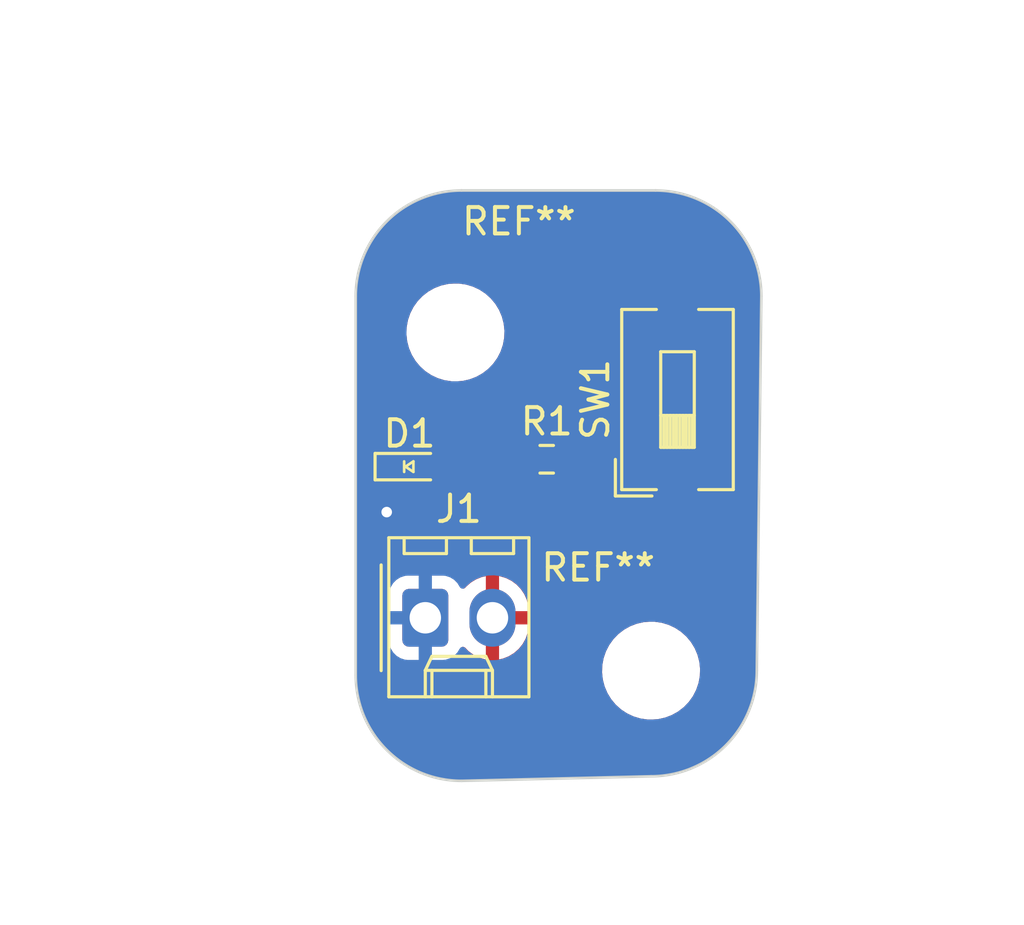
<source format=kicad_pcb>
(kicad_pcb (version 20221018) (generator pcbnew)
  (title_block (title "LED Project") (date "2023-09-20") (rev "1.0") (company "Illini Solar Car") (comment 1 "Designed By: Michael Ling"))
  (layers (0 "F.Cu" signal) (31 "B.Cu" signal) (34 "B.Paste" user) (35 "F.Paste" user) (36 "B.SilkS" user "B.Silkscreen") (37 "F.SilkS" user "F.Silkscreen") (38 "B.Mask" user) (39 "F.Mask" user) (44 "Edge.Cuts" user))
  (net 0 "")
  (net 1 "GND")
  (net 2 "Net-(D1-A)")
  (net 3 "+3V3")
  (net 4 "Net-(R1-Pad1)")
  (footprint "MountingHole:MountingHole_3.2mm_M3" (layer "F.Cu") (at 109 89)
    (fp_text reference "REF**" (at -2 -3.9) (layer "F.SilkS"))
    (fp_text value "MountingHole_3.2mm_M3")
    (pad "" np_thru_hole circle (at 0 0) (size 3.2 3.2) (drill 3.2) (layers "F&B.Cu" "*.Mask"))
  )
  (footprint "layout:LED_0603_Symbol_on_F.SilkS" (layer "F.Cu") (at 99.86 81.28)
    (fp_text reference "D1" (at 0 -1.25) (layer "F.SilkS"))
    (fp_text value "LED_RED")
    (fp_line (start -1.3 -0.5) (end -1.3 0.5) (stroke (width 0.12)) (layer "F.SilkS"))
    (fp_line (start -1.3 -0.5) (end 0.8 -0.5) (stroke (width 0.12)) (layer "F.SilkS"))
    (fp_line (start -1.3 0.5) (end 0.8 0.5) (stroke (width 0.12)) (layer "F.SilkS"))
    (fp_line (start -0.2 -0.2) (end -0.2 0.2) (stroke (width 0.1)) (layer "F.SilkS"))
    (fp_line (start -0.15 0) (end 0.15 -0.2) (stroke (width 0.1)) (layer "F.SilkS"))
    (fp_line (start 0.15 -0.2) (end 0.15 0.2) (stroke (width 0.1)) (layer "F.SilkS"))
    (fp_line (start 0.15 0.2) (end -0.15 0) (stroke (width 0.1)) (layer "F.SilkS"))
    (pad "1" smd rect (at -0.8 0 180) (size 0.8 0.8) (layers "F.Cu" "F.Paste" "F.Mask") (net 1 "GND"))
    (pad "2" smd rect (at 0.8 0 180) (size 0.8 0.8) (layers "F.Cu" "F.Paste" "F.Mask") (net 2 "Net-(D1-A)"))
  )
  (footprint "MountingHole:MountingHole_3.2mm_M3" (layer "F.Cu") (at 101.6 76.2)
    (fp_text reference "REF**" (at 2.4 -4.2) (layer "F.SilkS"))
    (fp_text value "MountingHole_3.2mm_M3")
    (pad "" np_thru_hole circle (at 0 0) (size 3.2 3.2) (drill 3.2) (layers "*.Cu" "*.Mask"))
  )
  (footprint "Resistor_SMD:R_0603_1608Metric_Pad0.98x0.95mm_HandSolder" (layer "F.Cu") (at 105.0525 81)
    (fp_text reference "R1" (at 0 -1.43) (layer "F.SilkS"))
    (fp_text value "105")
    (fp_line (start -0.254724 -0.5225) (end 0.254724 -0.5225) (stroke (width 0.12)) (layer "F.SilkS"))
    (fp_line (start -0.254724 0.5225) (end 0.254724 0.5225) (stroke (width 0.12)) (layer "F.SilkS"))
    (pad "1" smd roundrect (at -0.9125 0) (size 0.975 0.95) (layers "F.Cu" "F.Paste" "F.Mask") (net 4 "Net-(R1-Pad1)"))
    (pad "2" smd roundrect (at 0.9125 0) (size 0.975 0.95) (layers "F.Cu" "F.Paste" "F.Mask") (net 2 "Net-(D1-A)"))
  )
  (footprint "Connector_Molex:Molex_KK-254_AE-6410-02A_1x02_P2.54mm_Vertical" (layer "F.Cu") (at 100.46 87)
    (fp_text reference "J1" (at 1.27 -4.12) (layer "F.SilkS"))
    (fp_text value "Conn_01x02")
    (fp_line (start -1.67 -2) (end -1.67 2) (stroke (width 0.12)) (layer "F.SilkS"))
    (fp_line (start -1.38 -3.03) (end -1.38 2.99) (stroke (width 0.12)) (layer "F.SilkS"))
    (fp_line (start -1.38 2.99) (end 3.92 2.99) (stroke (width 0.12)) (layer "F.SilkS"))
    (fp_line (start -0.8 -3.03) (end -0.8 -2.43) (stroke (width 0.12)) (layer "F.SilkS"))
    (fp_line (start -0.8 -2.43) (end 0.8 -2.43) (stroke (width 0.12)) (layer "F.SilkS"))
    (fp_line (start 0 1.99) (end 0.25 1.46) (stroke (width 0.12)) (layer "F.SilkS"))
    (fp_line (start 0 1.99) (end 2.54 1.99) (stroke (width 0.12)) (layer "F.SilkS"))
    (fp_line (start 0 2.99) (end 0 1.99) (stroke (width 0.12)) (layer "F.SilkS"))
    (fp_line (start 0.25 1.46) (end 2.29 1.46) (stroke (width 0.12)) (layer "F.SilkS"))
    (fp_line (start 0.25 2.99) (end 0.25 1.99) (stroke (width 0.12)) (layer "F.SilkS"))
    (fp_line (start 0.8 -2.43) (end 0.8 -3.03) (stroke (width 0.12)) (layer "F.SilkS"))
    (fp_line (start 1.74 -3.03) (end 1.74 -2.43) (stroke (width 0.12)) (layer "F.SilkS"))
    (fp_line (start 1.74 -2.43) (end 3.34 -2.43) (stroke (width 0.12)) (layer "F.SilkS"))
    (fp_line (start 2.29 1.46) (end 2.54 1.99) (stroke (width 0.12)) (layer "F.SilkS"))
    (fp_line (start 2.29 2.99) (end 2.29 1.99) (stroke (width 0.12)) (layer "F.SilkS"))
    (fp_line (start 2.54 1.99) (end 2.54 2.99) (stroke (width 0.12)) (layer "F.SilkS"))
    (fp_line (start 3.34 -2.43) (end 3.34 -3.03) (stroke (width 0.12)) (layer "F.SilkS"))
    (fp_line (start 3.92 -3.03) (end -1.38 -3.03) (stroke (width 0.12)) (layer "F.SilkS"))
    (fp_line (start 3.92 2.99) (end 3.92 -3.03) (stroke (width 0.12)) (layer "F.SilkS"))
    (pad "1" thru_hole roundrect (at 0 0) (size 1.74 2.19) (drill 1.19) (layers "*.Cu" "*.Mask") (roundrect_rratio 0.143678) (net 1 "GND"))
    (pad "2" thru_hole oval (at 2.54 0) (size 1.74 2.19) (drill 1.19) (layers "*.Cu" "*.Mask") (net 3 "+3V3"))
  )
  (footprint "Button_Switch_SMD:SW_DIP_SPSTx01_Slide_6.7x4.1mm_W8.61mm_P2.54mm_LowProfile" (layer "F.Cu") (at 110 78.74 90)
    (fp_text reference "SW1" (at 0 -3.11 90) (layer "F.SilkS"))
    (fp_text value "SW_Push")
    (fp_line (start -3.65 -2.35) (end -3.65 -0.967) (stroke (width 0.12)) (layer "F.SilkS"))
    (fp_line (start -3.65 -2.35) (end -2.267 -2.35) (stroke (width 0.12)) (layer "F.SilkS"))
    (fp_line (start -3.41 -2.11) (end -3.41 -0.8) (stroke (width 0.12)) (layer "F.SilkS"))
    (fp_line (start -3.41 -2.11) (end 3.41 -2.11) (stroke (width 0.12)) (layer "F.SilkS"))
    (fp_line (start -3.41 0.8) (end -3.41 2.11) (stroke (width 0.12)) (layer "F.SilkS"))
    (fp_line (start -3.41 2.11) (end 3.41 2.11) (stroke (width 0.12)) (layer "F.SilkS"))
    (fp_line (start -1.81 -0.635) (end -1.81 0.635) (stroke (width 0.12)) (layer "F.SilkS"))
    (fp_line (start -1.81 -0.515) (end -0.603333 -0.515) (stroke (width 0.12)) (layer "F.SilkS"))
    (fp_line (start -1.81 -0.395) (end -0.603333 -0.395) (stroke (width 0.12)) (layer "F.SilkS"))
    (fp_line (start -1.81 -0.275) (end -0.603333 -0.275) (stroke (width 0.12)) (layer "F.SilkS"))
    (fp_line (start -1.81 -0.155) (end -0.603333 -0.155) (stroke (width 0.12)) (layer "F.SilkS"))
    (fp_line (start -1.81 -0.035) (end -0.603333 -0.035) (stroke (width 0.12)) (layer "F.SilkS"))
    (fp_line (start -1.81 0.085) (end -0.603333 0.085) (stroke (width 0.12)) (layer "F.SilkS"))
    (fp_line (start -1.81 0.205) (end -0.603333 0.205) (stroke (width 0.12)) (layer "F.SilkS"))
    (fp_line (start -1.81 0.325) (end -0.603333 0.325) (stroke (width 0.12)) (layer "F.SilkS"))
    (fp_line (start -1.81 0.445) (end -0.603333 0.445) (stroke (width 0.12)) (layer "F.SilkS"))
    (fp_line (start -1.81 0.565) (end -0.603333 0.565) (stroke (width 0.12)) (layer "F.SilkS"))
    (fp_line (start -1.81 0.635) (end 1.81 0.635) (stroke (width 0.12)) (layer "F.SilkS"))
    (fp_line (start -0.603333 -0.635) (end -0.603333 0.635) (stroke (width 0.12)) (layer "F.SilkS"))
    (fp_line (start 1.81 -0.635) (end -1.81 -0.635) (stroke (width 0.12)) (layer "F.SilkS"))
    (fp_line (start 1.81 0.635) (end 1.81 -0.635) (stroke (width 0.12)) (layer "F.SilkS"))
    (fp_line (start 3.41 -2.11) (end 3.41 -0.8) (stroke (width 0.12)) (layer "F.SilkS"))
    (fp_line (start 3.41 0.8) (end 3.41 2.11) (stroke (width 0.12)) (layer "F.SilkS"))
    (pad "1" smd rect (at -4.305 0 90) (size 2.44 1.12) (layers "F.Cu" "F.Paste" "F.Mask") (net 3 "+3V3"))
    (pad "2" smd rect (at 4.305 0 90) (size 2.44 1.12) (layers "F.Cu" "F.Paste" "F.Mask") (net 4 "Net-(R1-Pad1)"))
  )
  (gr_arc (start 109.171573 70.828427) (mid 112 72) (end 113.171573 74.828427) (stroke (width 0.1)) (layer "Edge.Cuts"))
  (gr_line (start 97.828427 89.171573) (end 97.828427 74.828427) (stroke (width 0.1)) (layer "Edge.Cuts"))
  (gr_arc (start 113 89) (mid 111.828427 91.828427) (end 109 93) (stroke (width 0.1)) (layer "Edge.Cuts"))
  (gr_arc (start 101.828427 93.171573) (mid 99 92) (end 97.828427 89.171573) (stroke (width 0.1)) (layer "Edge.Cuts"))
  (gr_arc (start 97.828427 74.828427) (mid 99 72) (end 101.828427 70.828427) (stroke (width 0.1)) (layer "Edge.Cuts"))
  (gr_line (start 101.828427 70.828427) (end 109.171573 70.828427) (stroke (width 0.1)) (layer "Edge.Cuts"))
  (gr_line (start 113.171573 74.828427) (end 113 89) (stroke (width 0.1)) (layer "Edge.Cuts"))
  (gr_line (start 109 93) (end 101.828427 93.171573) (stroke (width 0.1)) (layer "Edge.Cuts"))
  (segment (start 99.06 82.94) (end 99 83) (width 0.25) (layer "F.Cu") (net 1))
  (segment (start 99.06 81.28) (end 99.06 82.94) (width 0.25) (layer "F.Cu") (net 1))
  (via (at 99 83) (size 0.8) (drill 0.4) (layers "F.Cu" "B.Cu") (net 1))
  (segment (start 105.965 81) (end 105.965 82.965) (width 0.25) (layer "F.Cu") (net 2))
  (segment (start 101.38 82) (end 100.66 81.28) (width 0.25) (layer "F.Cu") (net 2))
  (segment (start 106 83) (end 103 83) (width 0.25) (layer "F.Cu") (net 2))
  (segment (start 102 82) (end 101.38 82) (width 0.25) (layer "F.Cu") (net 2))
  (segment (start 103 83) (end 102 82) (width 0.25) (layer "F.Cu") (net 2))
  (segment (start 105.965 82.965) (end 106 83) (width 0.25) (layer "F.Cu") (net 2))
  (segment (start 104.14 80.14) (end 104.14 81.28) (width 0.25) (layer "F.Cu") (net 4))
  (segment (start 106 76) (end 106 79) (width 0.25) (layer "F.Cu") (net 4))
  (segment (start 106 79) (end 105 79) (width 0.25) (layer "F.Cu") (net 4))
  (segment (start 110 74.435) (end 107.565 74.435) (width 0.25) (layer "F.Cu") (net 4))
  (segment (start 104 80) (end 104.14 80.14) (width 0.25) (layer "F.Cu") (net 4))
  (segment (start 107.565 74.435) (end 106 76) (width 0.25) (layer "F.Cu") (net 4))
  (segment (start 105 79) (end 104 80) (width 0.25) (layer "F.Cu") (net 4))
  (zone (net 3) (net_name "+3V3") (layer "F.Cu") (connect_pads (clearance 0.508)) (min_thickness 0.25) (fill yes (thermal_gap 0.5) (thermal_bridge_width 0.5))
    (polygon (pts (xy 97 70) (xy 115 70) (xy 115 94) (xy 97 94)))
  )
  (zone (net 1) (net_name "GND") (layer "B.Cu") (priority 1) (connect_pads (clearance 0.508)) (min_thickness 0.25) (fill yes (thermal_gap 0.5) (thermal_bridge_width 0.5))
    (polygon (pts (xy 115 70) (xy 97 70) (xy 97 94) (xy 115 94)))
  )
)
</source>
